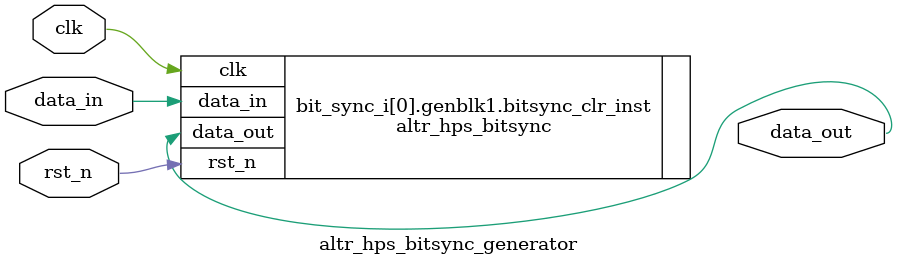
<source format=v>



module altr_hps_bitsync_generator #( parameter DWIDTH = 1, parameter [DWIDTH-1:0] RESET_VAL = 'd0 ) 
(
	input wire clk,				//clock
	input wire rst_n,			//async reset
	input wire [DWIDTH-1:0] data_in,	//data in
        output wire [DWIDTH-1:0] data_out	//data out
);

genvar i;

generate 
 for(i = 0; i < DWIDTH; i=i+1)
 begin: bit_sync_i
	if(RESET_VAL[i] == 1'b0)
	 begin
		altr_hps_bitsync #(.DWIDTH(1), .RESET_VAL(1'b0) ) bitsync_clr_inst (
			.clk(clk),
			.rst_n(rst_n),
			.data_in(data_in[i]),
			.data_out(data_out[i])
		);
	 end
	else
	 begin
		altr_hps_bitsync #(.DWIDTH(1), .RESET_VAL(1'b1) ) bitsync_pst_inst (
			.clk(clk),
			.rst_n(rst_n),
			.data_in(data_in[i]),
			.data_out(data_out[i])
		);
	 end
 end //end for     
endgenerate // endgenerate

endmodule // altr_hps_bitsync_generator

</source>
